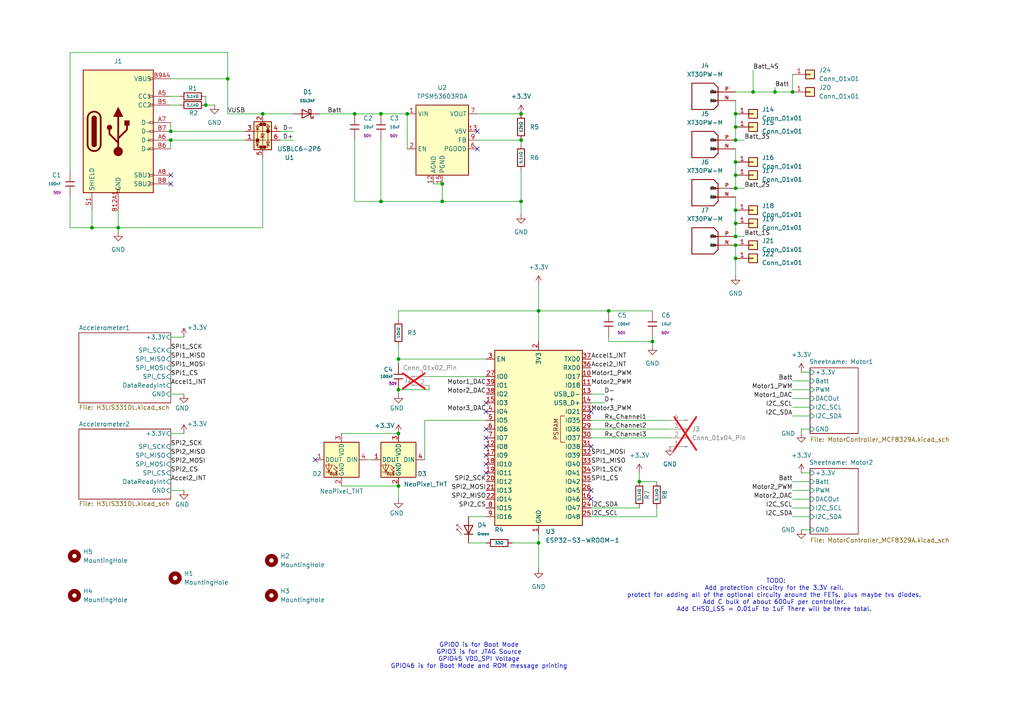
<source format=kicad_sch>
(kicad_sch (version 20250114) (generator "eeschema") (generator_version "9.0")
  (paper "A4")
  (lib_symbols
    (symbol "Connector:Conn_01x02_Pin" (pin_names (offset 1.016) (hide yes))
      (property "Reference" "J" (at 0 2.54 0))
      (property "Value" "Conn_01x02_Pin" (at 0 -5.08 0))
      (symbol "Conn_01x02_Pin_1_1"
        (pin passive line (at 5.08 0 180) (length 3.81) (name "Pin_1") (number "1"))
        (pin passive line (at 5.08 -2.54 180) (length 3.81) (name "Pin_2") (number "2"))
      )
    )
    (symbol "Connector:Conn_01x04_Pin" (pin_names (offset 1.016) (hide yes))
      (property "Reference" "J" (at 0 5.08 0))
      (property "Value" "Conn_01x04_Pin" (at 0 -7.62 0))
      (symbol "Conn_01x04_Pin_1_1"
        (pin passive line (at 5.08 2.54 180) (length 3.81) (name "Pin_1") (number "1"))
        (pin passive line (at 5.08 0 180) (length 3.81) (name "Pin_2") (number "2"))
        (pin passive line (at 5.08 -2.54 180) (length 3.81) (name "Pin_3") (number "3"))
        (pin passive line (at 5.08 -5.08 180) (length 3.81) (name "Pin_4") (number "4"))
      )
    )
    (symbol "Connector_Generic:Conn_01x01" (pin_names (offset 1.016) (hide yes))
      (property "Reference" "J" (at 0 2.54 0))
      (property "Value" "Conn_01x01" (at 0 -2.54 0))
      (symbol "Conn_01x01_1_1"
        (pin passive line (at -5.08 0 0) (length 3.81) (name "Pin_1") (number "1"))
      )
    )
    (symbol "Converter_DCDC:TPSM53603RDA"
      (property "Reference" "U" (at 0 15.24 0))
      (property "Value" "TPSM53603RDA" (at 0 12.7 0))
      (symbol "TPSM53603RDA_1_1"
        (pin power_in line (at -10.16 7.62 0) (length 2.54) (name "VIN") (number "1"))
        (pin passive line (at -10.16 7.62 0) (length 2.54) (hide yes) (name "VIN") (number "14"))
        (pin input line (at -10.16 -2.54 0) (length 2.54) (name "EN") (number "2"))
        (pin no_connect line (at -7.62 2.54 0) (length 2.54) (hide yes) (name "DNC") (number "4"))
        (pin no_connect line (at -7.62 0 0) (length 2.54) (hide yes) (name "DNC") (number "5"))
        (pin power_in line (at -2.54 -12.7 90) (length 2.54) (name "AGND") (number "12"))
        (pin passive line (at 0 -12.7 90) (length 2.54) (hide yes) (name "PGND") (number "10"))
        (pin passive line (at 0 -12.7 90) (length 2.54) (hide yes) (name "PGND") (number "11"))
        (pin power_in line (at 0 -12.7 90) (length 2.54) (name "PGND") (number "15"))
        (pin passive line (at 0 -12.7 90) (length 2.54) (hide yes) (name "PGND") (number "3"))
        (pin power_out line (at 10.16 7.62 180) (length 2.54) (name "VOUT") (number "7"))
        (pin passive line (at 10.16 7.62 180) (length 2.54) (hide yes) (name "VOUT") (number "8"))
        (pin output line (at 10.16 2.54 180) (length 2.54) (name "V5V") (number "13"))
        (pin input line (at 10.16 0 180) (length 2.54) (name "FB") (number "9"))
        (pin open_collector line (at 10.16 -2.54 180) (length 2.54) (name "PGOOD") (number "6"))
      )
    )
    (symbol "LED:NeoPixel_THT" (pin_names (offset 0.254))
      (property "Reference" "D" (at 5.08 5.715 0))
      (property "Value" "NeoPixel_THT" (at 1.27 -5.715 0))
      (symbol "NeoPixel_THT_0_0"
        (text "RGB" (at 2.286 -4.191 0) (effects (font (size 0.762 0.762))))
      )
      (symbol "NeoPixel_THT_1_1"
        (pin input line (at -7.62 0 0) (length 2.54) (name "DIN") (number "4"))
        (pin power_in line (at 0 7.62 270) (length 2.54) (name "VDD") (number "3"))
        (pin power_in line (at 0 -7.62 90) (length 2.54) (name "GND") (number "2"))
        (pin output line (at 7.62 0 180) (length 2.54) (name "DOUT") (number "1"))
      )
    )
    (symbol "Mechanical:MountingHole" (pin_names (offset 1.016)) (in_bom no)
      (property "Reference" "H" (at 0 5.08 0))
      (property "Value" "MountingHole" (at 0 3.175 0))
    )
    (symbol "PCM_JLCPCB-Capacitors:0603,100nF" (pin_numbers (hide yes)) (pin_names (offset 0))
      (property "Reference" "C" (at 2.032 1.668 0))
      (property "Value" "100nF" (at 2.032 -0.3782 0))
      (property "Voltage Rated" "50V" (at 2.032 -2.0462 0))
      (symbol "0603,100nF_1_1"
        (pin passive line (at 0 3.81 270) (length 3.175) (name "~") (number "1"))
        (pin passive line (at 0 -3.81 90) (length 3.175) (name "~") (number "2"))
      )
    )
    (symbol "PCM_JLCPCB-Capacitors:0805,10uF,(2)" (pin_numbers (hide yes)) (pin_names (offset 0))
      (property "Reference" "C" (at 2.032 1.668 0))
      (property "Value" "10uF" (at 2.032 -0.3782 0))
      (property "Voltage Rated" "50V" (at 2.032 -2.0462 0))
      (symbol "0805,10uF,(2)_1_1"
        (pin passive line (at 0 3.81 270) (length 3.175) (name "~") (number "1"))
        (pin passive line (at 0 -3.81 90) (length 3.175) (name "~") (number "2"))
      )
    )
    (symbol "PCM_JLCPCB-Diodes:LED,0805,Green" (pin_numbers (hide yes)) (pin_names (offset 0))
      (property "Reference" "D" (at 2.032 0.834 0))
      (property "Value" "Green" (at 2.032 -1.2122 0))
      (symbol "LED,0805,Green_1_1"
        (pin passive line (at 0 3.81 270) (length 3.81) (name "~") (number "2"))
        (pin passive line (at 0 -3.81 90) (length 3.81) (name "~") (number "1"))
      )
    )
    (symbol "PCM_JLCPCB-Diodes:Schottky,SSL34F" (pin_numbers (hide yes)) (pin_names (offset 0))
      (property "Reference" "D" (at 2.032 0.834 0))
      (property "Value" "SSL34F" (at 2.032 -1.2122 0))
      (symbol "Schottky,SSL34F_1_1"
        (pin passive line (at 0 3.81 270) (length 3.81) (name "~") (number "2"))
        (pin passive line (at 0 -3.81 90) (length 3.81) (name "~") (number "1"))
      )
    )
    (symbol "PCM_JLCPCB-Extended:Connector, USB-TYPE-C-16P"
      (property "Reference" "J" (at 2.54 2.54 0))
      (symbol "Connector, USB-TYPE-C-16P_1_1"
        (pin passive line (at -7.62 -22.86 90) (length 5.08) (name "SHIELD") (number "S1"))
        (pin passive line (at 0 -22.86 90) (length 5.08) (hide yes) (name "GND") (number "A12B1"))
        (pin passive line (at 0 -22.86 90) (length 5.08) (name "GND") (number "B12A1"))
        (pin passive line (at 15.24 15.24 180) (length 5.08) (hide yes) (name "VBUS") (number "A9B4"))
        (pin passive line (at 15.24 15.24 180) (length 5.08) (name "VBUS") (number "B9A4"))
        (pin bidirectional line (at 15.24 10.16 180) (length 5.08) (name "CC1") (number "A5"))
        (pin bidirectional line (at 15.24 7.62 180) (length 5.08) (name "CC2") (number "B5"))
        (pin bidirectional line (at 15.24 2.54 180) (length 5.08) (name "D-") (number "A7"))
        (pin bidirectional line (at 15.24 0 180) (length 5.08) (name "D-") (number "B7"))
        (pin bidirectional line (at 15.24 -2.54 180) (length 5.08) (name "D+") (number "A6"))
        (pin bidirectional line (at 15.24 -5.08 180) (length 5.08) (name "D+") (number "B6"))
        (pin bidirectional line (at 15.24 -12.7 180) (length 5.08) (name "SBU1") (number "A8"))
        (pin bidirectional line (at 15.24 -15.24 180) (length 5.08) (name "SBU2") (number "B8"))
      )
    )
    (symbol "PCM_JLCPCB-Resistors:0402,10kΩ" (pin_numbers (hide yes)) (pin_names (offset 0))
      (property "Reference" "R" (at 1.778 0 0))
      (property "Value" "10kΩ" (at 0 0 90))
      (symbol "0402,10kΩ_1_1"
        (pin passive line (at 0 3.81 270) (length 1.27) (name "~") (number "1"))
        (pin passive line (at 0 -3.81 90) (length 1.27) (name "~") (number "2"))
      )
    )
    (symbol "PCM_JLCPCB-Resistors:0402,12kΩ" (pin_numbers (hide yes)) (pin_names (offset 0))
      (property "Reference" "R" (at 1.778 0 0))
      (property "Value" "12kΩ" (at 0 0 90))
      (symbol "0402,12kΩ_1_1"
        (pin passive line (at 0 3.81 270) (length 1.27) (name "~") (number "1"))
        (pin passive line (at 0 -3.81 90) (length 1.27) (name "~") (number "2"))
      )
    )
    (symbol "PCM_JLCPCB-Resistors:0402,33Ω" (pin_numbers (hide yes)) (pin_names (offset 0))
      (property "Reference" "R" (at 1.778 0 0))
      (property "Value" "33Ω" (at 0 0 90))
      (symbol "0402,33Ω_1_1"
        (pin passive line (at 0 3.81 270) (length 1.27) (name "~") (number "1"))
        (pin passive line (at 0 -3.81 90) (length 1.27) (name "~") (number "2"))
      )
    )
    (symbol "PCM_JLCPCB-Resistors:0402,5.1kΩ" (pin_numbers (hide yes)) (pin_names (offset 0))
      (property "Reference" "R" (at 1.778 0 0))
      (property "Value" "5.1kΩ" (at 0 0 90))
      (symbol "0402,5.1kΩ_1_1"
        (pin passive line (at 0 3.81 270) (length 1.27) (name "~") (number "1"))
        (pin passive line (at 0 -3.81 90) (length 1.27) (name "~") (number "2"))
      )
    )
    (symbol "Power_Protection:USBLC6-2P6" (pin_names (hide yes))
      (property "Reference" "U" (at 0.635 5.715 0))
      (property "Value" "USBLC6-2P6" (at 0.635 3.81 0))
      (symbol "USBLC6-2P6_1_1"
        (pin passive line (at -5.08 0 0) (length 2.54) (name "I/O1") (number "1"))
        (pin passive line (at -5.08 -2.54 0) (length 2.54) (name "I/O2") (number "3"))
        (pin passive line (at 0 5.08 270) (length 2.54) (name "VBUS") (number "5"))
        (pin passive line (at 0 -7.62 90) (length 2.54) (name "GND") (number "2"))
        (pin passive line (at 5.08 0 180) (length 2.54) (name "I/O1") (number "6"))
        (pin passive line (at 5.08 -2.54 180) (length 2.54) (name "I/O2") (number "4"))
      )
    )
    (symbol "RF_Module:ESP32-S3-WROOM-1"
      (property "Reference" "U" (at -12.7 26.67 0))
      (property "Value" "ESP32-S3-WROOM-1" (at 12.7 26.67 0))
      (symbol "ESP32-S3-WROOM-1_0_0"
        (text "PSRAM" (at 5.08 2.54 900) (effects (font (size 1.27 1.27))))
      )
      (symbol "ESP32-S3-WROOM-1_1_1"
        (pin input line (at -15.24 22.86 0) (length 2.54) (name "EN") (number "3"))
        (pin bidirectional line (at -15.24 17.78 0) (length 2.54) (name "IO0") (number "27"))
        (pin bidirectional line (at -15.24 15.24 0) (length 2.54) (name "IO1") (number "39"))
        (pin bidirectional line (at -15.24 12.7 0) (length 2.54) (name "IO2") (number "38"))
        (pin bidirectional line (at -15.24 10.16 0) (length 2.54) (name "IO3") (number "15"))
        (pin bidirectional line (at -15.24 7.62 0) (length 2.54) (name "IO4") (number "4"))
        (pin bidirectional line (at -15.24 5.08 0) (length 2.54) (name "IO5") (number "5"))
        (pin bidirectional line (at -15.24 2.54 0) (length 2.54) (name "IO6") (number "6"))
        (pin bidirectional line (at -15.24 0 0) (length 2.54) (name "IO7") (number "7"))
        (pin bidirectional line (at -15.24 -2.54 0) (length 2.54) (name "IO8") (number "12"))
        (pin bidirectional line (at -15.24 -5.08 0) (length 2.54) (name "IO9") (number "17"))
        (pin bidirectional line (at -15.24 -7.62 0) (length 2.54) (name "IO10") (number "18"))
        (pin bidirectional line (at -15.24 -10.16 0) (length 2.54) (name "IO11") (number "19"))
        (pin bidirectional line (at -15.24 -12.7 0) (length 2.54) (name "IO12") (number "20"))
        (pin bidirectional line (at -15.24 -15.24 0) (length 2.54) (name "IO13") (number "21"))
        (pin bidirectional line (at -15.24 -17.78 0) (length 2.54) (name "IO14") (number "22"))
        (pin bidirectional line (at -15.24 -20.32 0) (length 2.54) (name "IO15") (number "8"))
        (pin bidirectional line (at -15.24 -22.86 0) (length 2.54) (name "IO16") (number "9"))
        (pin power_in line (at 0 27.94 270) (length 2.54) (name "3V3") (number "2"))
        (pin power_in line (at 0 -27.94 90) (length 2.54) (name "GND") (number "1"))
        (pin passive line (at 0 -27.94 90) (length 2.54) (hide yes) (name "GND") (number "40"))
        (pin passive line (at 0 -27.94 90) (length 2.54) (hide yes) (name "GND") (number "41"))
        (pin bidirectional line (at 15.24 22.86 180) (length 2.54) (name "TXD0") (number "37"))
        (pin bidirectional line (at 15.24 20.32 180) (length 2.54) (name "RXD0") (number "36"))
        (pin bidirectional line (at 15.24 17.78 180) (length 2.54) (name "IO17") (number "10"))
        (pin bidirectional line (at 15.24 15.24 180) (length 2.54) (name "IO18") (number "11"))
        (pin bidirectional line (at 15.24 12.7 180) (length 2.54) (name "USB_D-") (number "13"))
        (pin bidirectional line (at 15.24 10.16 180) (length 2.54) (name "USB_D+") (number "14"))
        (pin bidirectional line (at 15.24 7.62 180) (length 2.54) (name "IO21") (number "23"))
        (pin bidirectional line (at 15.24 5.08 180) (length 2.54) (name "IO35") (number "28"))
        (pin bidirectional line (at 15.24 2.54 180) (length 2.54) (name "IO36") (number "29"))
        (pin bidirectional line (at 15.24 0 180) (length 2.54) (name "IO37") (number "30"))
        (pin bidirectional line (at 15.24 -2.54 180) (length 2.54) (name "IO38") (number "31"))
        (pin bidirectional line (at 15.24 -5.08 180) (length 2.54) (name "IO39") (number "32"))
        (pin bidirectional line (at 15.24 -7.62 180) (length 2.54) (name "IO40") (number "33"))
        (pin bidirectional line (at 15.24 -10.16 180) (length 2.54) (name "IO41") (number "34"))
        (pin bidirectional line (at 15.24 -12.7 180) (length 2.54) (name "IO42") (number "35"))
        (pin bidirectional line (at 15.24 -15.24 180) (length 2.54) (name "IO45") (number "26"))
        (pin bidirectional line (at 15.24 -17.78 180) (length 2.54) (name "IO46") (number "16"))
        (pin bidirectional line (at 15.24 -20.32 180) (length 2.54) (name "IO47") (number "24"))
        (pin bidirectional line (at 15.24 -22.86 180) (length 2.54) (name "IO48") (number "25"))
      )
    )
    (symbol "XT30PW-M:XT30PW-M" (pin_names (offset 1.016))
      (property "Reference" "J" (at -7.62 3.302 0))
      (property "Value" "XT30PW-M" (at -7.62 -7.62 0))
      (symbol "XT30PW-M_1_0"
        (pin power_out line (at 5.08 0 180) (length 5.08) (name "P") (number "P"))
        (pin power_out line (at 5.08 -2.54 180) (length 5.08) (name "N") (number "N"))
      )
    )
    (symbol "power:+3.3V" (power) (pin_numbers (hide yes)) (pin_names (offset 0) (hide yes))
      (property "Value" "+3.3V" (at 0 3.556 0))
      (symbol "+3.3V_1_1"
        (pin power_in line (at 0 0 90) (length 0) (name "~") (number "1"))
      )
    )
    (symbol "power:GND" (power) (pin_numbers (hide yes)) (pin_names (offset 0) (hide yes))
      (property "Value" "GND" (at 0 -3.81 0))
      (symbol "GND_1_1"
        (pin power_in line (at 0 0 270) (length 0) (name "~") (number "1"))
      )
    )
  )
  (text "TODO:\nAdd protection circuitry for the 3.3V rail. \nprotect for adding all of the optional circuity around the FETs. plus maybe tvs diodes. \nAdd C bulk of about 600uF per controller. \nAdd CHSD_LSS = 0.01uF to 1uF There will be three total. " (exclude_from_sim yes) (at 225.044 172.72 0) (effects (font (size 1.27 1.27))))
  (text "GPIO0 is for Boot Mode\nGPIO3 is for JTAG Source\nGPIO45 VDD_SPI Voltage\nGPIO46 is for Boot Mode and ROM message printing" (at 138.938 190.246 0) (effects (font (size 1.27 1.27))))
  (junction (at 213.36 74.93))
  (junction (at 213.36 40.64))
  (junction (at 224.79 26.67))
  (junction (at 213.36 71.12))
  (junction (at 76.2 33.02))
  (junction (at 185.42 139.7))
  (junction (at 176.53 90.17))
  (junction (at 229.87 26.67))
  (junction (at 213.36 46.99))
  (junction (at 115.57 125.73))
  (junction (at 128.27 53.34))
  (junction (at 213.36 68.58))
  (junction (at 59.69 30.48))
  (junction (at 49.53 38.1))
  (junction (at 34.29 66.04))
  (junction (at 213.36 60.96))
  (junction (at 151.13 58.42))
  (junction (at 213.36 33.02))
  (junction (at 110.49 58.42))
  (junction (at 26.67 66.04))
  (junction (at 213.36 54.61))
  (junction (at 156.21 90.17))
  (junction (at 66.04 22.86))
  (junction (at 115.57 140.97))
  (junction (at 118.11 33.02))
  (junction (at 115.57 113.03))
  (junction (at 115.57 104.14))
  (junction (at 128.27 58.42))
  (junction (at 156.21 157.48))
  (junction (at 49.53 40.64))
  (junction (at 213.36 64.77))
  (junction (at 213.36 50.8))
  (junction (at 110.49 33.02))
  (junction (at 151.13 40.64))
  (junction (at 102.87 33.02))
  (junction (at 213.36 36.83))
  (junction (at 218.44 26.67))
  (junction (at 151.13 33.02))
  (junction (at 189.23 99.06))
  (no_connect (at 140.97 129.54))
  (no_connect (at 140.97 134.62))
  (no_connect (at 49.53 53.34))
  (no_connect (at 140.97 119.38))
  (no_connect (at 140.97 132.08))
  (no_connect (at 91.44 133.35))
  (no_connect (at 140.97 127))
  (no_connect (at 138.43 43.18))
  (no_connect (at 171.45 129.54))
  (no_connect (at 140.97 137.16))
  (no_connect (at 140.97 116.84))
  (no_connect (at 49.53 50.8))
  (no_connect (at 171.45 142.24))
  (no_connect (at 138.43 38.1))
  (no_connect (at 171.45 144.78))
  (no_connect (at 140.97 124.46))
  (no_connect (at 171.45 119.38))
  (wire (pts (xy 138.43 40.64) (xy 151.13 40.64)))
  (wire (pts (xy 49.53 125.73) (xy 53.34 125.73)))
  (wire (pts (xy 123.19 121.92) (xy 140.97 121.92)))
  (wire (pts (xy 26.67 66.04) (xy 20.32 66.04)))
  (wire (pts (xy 34.29 60.96) (xy 34.29 66.04)))
  (wire (pts (xy 224.79 26.67) (xy 229.87 26.67)))
  (wire (pts (xy 218.44 20.32) (xy 218.44 26.67)))
  (wire (pts (xy 71.12 38.1) (xy 49.53 38.1)))
  (wire (pts (xy 52.07 27.94) (xy 49.53 27.94)))
  (wire (pts (xy 229.87 144.78) (xy 234.95 144.78)))
  (wire (pts (xy 52.07 30.48) (xy 49.53 30.48)))
  (wire (pts (xy 218.44 26.67) (xy 224.79 26.67)))
  (wire (pts (xy 171.45 127) (xy 194.31 127)))
  (wire (pts (xy 128.27 53.34) (xy 128.27 58.42)))
  (wire (pts (xy 148.59 157.48) (xy 156.21 157.48)))
  (wire (pts (xy 76.2 33.02) (xy 66.04 33.02)))
  (wire (pts (xy 20.32 49.53) (xy 20.32 15.24)))
  (wire (pts (xy 213.36 43.18) (xy 213.36 46.99)))
  (wire (pts (xy 156.21 90.17) (xy 156.21 99.06)))
  (wire (pts (xy 229.87 115.57) (xy 234.95 115.57)))
  (wire (pts (xy 156.21 82.55) (xy 156.21 90.17)))
  (wire (pts (xy 229.87 113.03) (xy 234.95 113.03)))
  (wire (pts (xy 176.53 90.17) (xy 189.23 90.17)))
  (wire (pts (xy 115.57 100.33) (xy 115.57 104.14)))
  (wire (pts (xy 213.36 46.99) (xy 213.36 50.8)))
  (wire (pts (xy 115.57 104.14) (xy 115.57 105.41)))
  (wire (pts (xy 124.46 113.03) (xy 115.57 113.03)))
  (wire (pts (xy 156.21 157.48) (xy 156.21 165.1)))
  (wire (pts (xy 99.06 140.97) (xy 115.57 140.97)))
  (wire (pts (xy 102.87 40.64) (xy 102.87 58.42)))
  (wire (pts (xy 213.36 57.15) (xy 213.36 60.96)))
  (wire (pts (xy 151.13 58.42) (xy 151.13 62.23)))
  (wire (pts (xy 232.41 125.73) (xy 232.41 124.46)))
  (wire (pts (xy 135.89 157.48) (xy 140.97 157.48)))
  (wire (pts (xy 213.36 36.83) (xy 213.36 40.64)))
  (wire (pts (xy 171.45 124.46) (xy 194.31 124.46)))
  (wire (pts (xy 62.23 30.48) (xy 59.69 30.48)))
  (wire (pts (xy 34.29 66.04) (xy 26.67 66.04)))
  (wire (pts (xy 229.87 21.59) (xy 229.87 26.67)))
  (wire (pts (xy 49.53 97.79) (xy 53.34 97.79)))
  (wire (pts (xy 110.49 58.42) (xy 128.27 58.42)))
  (wire (pts (xy 115.57 90.17) (xy 156.21 90.17)))
  (wire (pts (xy 123.19 133.35) (xy 123.19 121.92)))
  (wire (pts (xy 171.45 149.86) (xy 190.5 149.86)))
  (wire (pts (xy 59.69 27.94) (xy 59.69 30.48)))
  (wire (pts (xy 185.42 137.16) (xy 185.42 139.7)))
  (wire (pts (xy 171.45 147.32) (xy 185.42 147.32)))
  (wire (pts (xy 102.87 58.42) (xy 110.49 58.42)))
  (wire (pts (xy 176.53 97.79) (xy 176.53 99.06)))
  (wire (pts (xy 213.36 71.12) (xy 213.36 74.93)))
  (wire (pts (xy 76.2 66.04) (xy 34.29 66.04)))
  (wire (pts (xy 151.13 49.53) (xy 151.13 58.42)))
  (wire (pts (xy 229.87 120.65) (xy 234.95 120.65)))
  (wire (pts (xy 115.57 140.97) (xy 115.57 144.78)))
  (wire (pts (xy 213.36 64.77) (xy 213.36 68.58)))
  (wire (pts (xy 92.71 33.02) (xy 102.87 33.02)))
  (wire (pts (xy 151.13 40.64) (xy 151.13 41.91)))
  (wire (pts (xy 110.49 40.64) (xy 110.49 58.42)))
  (wire (pts (xy 156.21 154.94) (xy 156.21 157.48)))
  (wire (pts (xy 213.36 26.67) (xy 218.44 26.67)))
  (wire (pts (xy 213.36 33.02) (xy 213.36 36.83)))
  (wire (pts (xy 135.89 149.86) (xy 140.97 149.86)))
  (wire (pts (xy 20.32 57.15) (xy 20.32 66.04)))
  (wire (pts (xy 49.53 35.56) (xy 49.53 38.1)))
  (wire (pts (xy 213.36 40.64) (xy 215.9 40.64)))
  (wire (pts (xy 213.36 68.58) (xy 215.9 68.58)))
  (wire (pts (xy 229.87 149.86) (xy 234.95 149.86)))
  (wire (pts (xy 213.36 29.21) (xy 213.36 33.02)))
  (wire (pts (xy 85.09 33.02) (xy 76.2 33.02)))
  (wire (pts (xy 66.04 22.86) (xy 66.04 33.02)))
  (wire (pts (xy 232.41 107.95) (xy 234.95 107.95)))
  (wire (pts (xy 26.67 60.96) (xy 26.67 66.04)))
  (wire (pts (xy 49.53 114.3) (xy 53.34 114.3)))
  (wire (pts (xy 156.21 90.17) (xy 176.53 90.17)))
  (wire (pts (xy 189.23 97.79) (xy 189.23 99.06)))
  (wire (pts (xy 213.36 74.93) (xy 213.36 80.01)))
  (wire (pts (xy 229.87 110.49) (xy 234.95 110.49)))
  (wire (pts (xy 189.23 99.06) (xy 176.53 99.06)))
  (wire (pts (xy 229.87 147.32) (xy 234.95 147.32)))
  (wire (pts (xy 110.49 33.02) (xy 118.11 33.02)))
  (wire (pts (xy 115.57 92.71) (xy 115.57 90.17)))
  (wire (pts (xy 128.27 58.42) (xy 151.13 58.42)))
  (wire (pts (xy 115.57 114.3) (xy 115.57 113.03)))
  (wire (pts (xy 213.36 54.61) (xy 215.9 54.61)))
  (wire (pts (xy 171.45 116.84) (xy 175.26 116.84)))
  (wire (pts (xy 125.73 53.34) (xy 128.27 53.34)))
  (wire (pts (xy 76.2 45.72) (xy 76.2 66.04)))
  (wire (pts (xy 71.12 40.64) (xy 49.53 40.64)))
  (wire (pts (xy 138.43 33.02) (xy 151.13 33.02)))
  (wire (pts (xy 229.87 139.7) (xy 234.95 139.7)))
  (wire (pts (xy 232.41 137.16) (xy 234.95 137.16)))
  (wire (pts (xy 229.87 118.11) (xy 234.95 118.11)))
  (wire (pts (xy 232.41 124.46) (xy 234.95 124.46)))
  (wire (pts (xy 99.06 125.73) (xy 115.57 125.73)))
  (wire (pts (xy 190.5 149.86) (xy 190.5 147.32)))
  (wire (pts (xy 171.45 114.3) (xy 175.26 114.3)))
  (wire (pts (xy 213.36 60.96) (xy 213.36 64.77)))
  (wire (pts (xy 85.09 40.64) (xy 81.28 40.64)))
  (wire (pts (xy 124.46 113.03) (xy 124.46 111.76)))
  (wire (pts (xy 66.04 22.86) (xy 49.53 22.86)))
  (wire (pts (xy 85.09 38.1) (xy 81.28 38.1)))
  (wire (pts (xy 106.68 133.35) (xy 107.95 133.35)))
  (wire (pts (xy 224.79 25.4) (xy 224.79 26.67)))
  (wire (pts (xy 213.36 50.8) (xy 213.36 54.61)))
  (wire (pts (xy 185.42 139.7) (xy 190.5 139.7)))
  (wire (pts (xy 20.32 15.24) (xy 66.04 15.24)))
  (wire (pts (xy 49.53 40.64) (xy 49.53 43.18)))
  (wire (pts (xy 189.23 99.06) (xy 189.23 100.33)))
  (wire (pts (xy 102.87 33.02) (xy 110.49 33.02)))
  (wire (pts (xy 229.87 142.24) (xy 234.95 142.24)))
  (wire (pts (xy 124.46 109.22) (xy 140.97 109.22)))
  (wire (pts (xy 34.29 66.04) (xy 34.29 67.31)))
  (wire (pts (xy 118.11 33.02) (xy 118.11 43.18)))
  (wire (pts (xy 66.04 15.24) (xy 66.04 22.86)))
  (wire (pts (xy 232.41 153.67) (xy 234.95 153.67)))
  (wire (pts (xy 171.45 121.92) (xy 194.31 121.92)))
  (wire (pts (xy 49.53 142.24) (xy 53.34 142.24)))
  (wire (pts (xy 115.57 104.14) (xy 140.97 104.14)))
  (label "SPI2_MISO" (at 49.53 132.08 0))
  (label "I2C_SCL" (at 229.87 147.32 180))
  (label "Motor2_DAC" (at 140.97 114.3 180))
  (label "Batt" (at 99.06 33.02 180))
  (label "Motor1_DAC" (at 229.87 115.57 180))
  (label "SPI2_MOSI" (at 49.53 134.62 0))
  (label "Motor1_PWM" (at 171.45 109.22 0))
  (label "Batt_3S" (at 215.9 40.64 0))
  (label "Accel2_INT" (at 49.53 139.7 0))
  (label "Motor1_DAC" (at 140.97 111.76 180))
  (label "Motor2_PWM" (at 171.45 111.76 0))
  (label "D-" (at 85.09 38.1 180))
  (label "Rx_Channel1" (at 175.26 121.92 0))
  (label "SPI2_SCK" (at 49.53 129.54 0))
  (label "SPI1_MISO" (at 49.53 104.14 0))
  (label "D+" (at 175.26 116.84 0))
  (label "VUSB" (at 71.12 33.02 180))
  (label "Motor1_PWM" (at 229.87 113.03 180))
  (label "SPI2_SCK" (at 140.97 139.7 180))
  (label "Accel1_INT" (at 49.53 111.76 0))
  (label "SPI1_CS" (at 171.45 139.7 0))
  (label "Batt" (at 229.87 139.7 180))
  (label "SPI2_MISO" (at 140.97 144.78 180))
  (label "SPI1_CS" (at 49.53 109.22 0))
  (label "I2C_SCL" (at 229.87 118.11 180))
  (label "Batt_2S" (at 215.9 54.61 0))
  (label "SPI2_MOSI" (at 140.97 142.24 180))
  (label "D+" (at 85.09 40.64 180))
  (label "I2C_SDA" (at 229.87 120.65 180))
  (label "Motor3_PWM" (at 171.45 119.38 0))
  (label "Rx_Channel3" (at 175.26 127 0))
  (label "SPI1_MISO" (at 171.45 134.62 0))
  (label "Motor2_DAC" (at 229.87 144.78 180))
  (label "Batt_4S" (at 218.44 20.32 0))
  (label "SPI1_MOSI" (at 171.45 132.08 0))
  (label "Batt" (at 229.87 110.49 180))
  (label "Batt_1S" (at 215.9 68.58 0))
  (label "I2C_SDA" (at 229.87 149.86 180))
  (label "Accel1_INT" (at 171.45 104.14 0))
  (label "SPI1_SCK" (at 49.53 101.6 0))
  (label "Accel2_INT" (at 171.45 106.68 0))
  (label "I2C_SCL" (at 171.45 149.86 0))
  (label "SPI2_CS" (at 49.53 137.16 0))
  (label "Motor2_PWM" (at 229.87 142.24 180))
  (label "Batt" (at 224.79 25.4 0))
  (label "D-" (at 175.26 114.3 0))
  (label "Motor3_DAC" (at 140.97 119.38 180))
  (label "SPI1_SCK" (at 171.45 137.16 0))
  (label "Rx_Channel2" (at 175.26 124.46 0))
  (label "SPI2_CS" (at 140.97 147.32 180))
  (label "SPI1_MOSI" (at 49.53 106.68 0))
  (label "I2C_SDA" (at 171.45 147.32 0))
  (symbol (lib_id "power:GND") (at 151.13 62.23 0) (unit 1)
    (property "Reference" "#PWR011" (effects (hide yes)))
    (property "Value" "GND" (at 151.13 67.31 0))
    (property "Description" "Power symbol creates a global label with name \"GND\" , ground" (effects (hide yes)))
  )
  (symbol (lib_id "power:GND") (at 213.36 80.01 0) (unit 1)
    (property "Reference" "#PWR017" (effects (hide yes)))
    (property "Value" "GND" (at 213.36 85.09 0))
    (property "Description" "Power symbol creates a global label with name \"GND\" , ground" (effects (hide yes)))
  )
  (symbol (lib_id "power:+3.3V") (at 53.34 125.73 0) (unit 1)
    (property "Reference" "#PWR04" (effects (hide yes)))
    (property "Value" "+3.3V" (at 57.15 122.936 0))
    (property "Description" "Power symbol creates a global label with name \"+3.3V\"" (effects (hide yes)))
  )
  (symbol (lib_id "Connector_Generic:Conn_01x01") (at 218.44 33.02 0) (unit 1)
    (property "Reference" "J14" (at 220.98 31.7499 0) (effects (justify left)))
    (property "Value" "Conn_01x01" (at 220.98 34.2899 0) (effects (justify left)))
    (property "Footprint" "SolderWire-1.5sqmm_1x01_D1.7mm_OD3mm" (effects (hide yes)))
    (property "Description" "Generic connector, single row, 01x01, script generated (kicad-library-utils/schlib/autogen/connector/)" (effects (hide yes)))
  )
  (symbol (lib_id "Connector_Generic:Conn_01x01") (at 218.44 74.93 0) (unit 1)
    (property "Reference" "J22" (at 220.98 73.6599 0) (effects (justify left)))
    (property "Value" "Conn_01x01" (at 220.98 76.1999 0) (effects (justify left)))
    (property "Footprint" "SolderWire-1.5sqmm_1x01_D1.7mm_OD3mm" (effects (hide yes)))
    (property "Description" "Generic connector, single row, 01x01, script generated (kicad-library-utils/schlib/autogen/connector/)" (effects (hide yes)))
  )
  (symbol (lib_id "power:GND") (at 115.57 114.3 0) (unit 1)
    (property "Reference" "#PWR07" (effects (hide yes)))
    (property "Value" "GND" (at 115.062 118.364 0))
    (property "Description" "Power symbol creates a global label with name \"GND\" , ground" (effects (hide yes)))
  )
  (symbol (lib_id "PCM_JLCPCB-Capacitors:0603,100nF") (at 176.53 93.98 0) (unit 1)
    (property "Reference" "C5" (at 179.07 91.4399 0) (effects (justify left)))
    (property "Value" "100nF" (at 179.07 93.98 0) (effects (font (size 0.8 0.8)) (justify left)))
    (property "Footprint" "PCM_JLCPCB:C_0603" (effects (hide yes)))
    (property "Datasheet" "https://www.lcsc.com/datasheet/lcsc_datasheet_2211101700_YAGEO-CC0603KRX7R9BB104_C14663.pdf" (effects (hide yes)))
    (property "Description" "50V 100nF X7R ±10% 0603 Multilayer Ceramic Capacitors MLCC - SMD/SMT ROHS" (effects (hide yes)))
    (property "LCSC" "C14663" (effects (hide yes)))
    (property "Stock" "58347526" (effects (hide yes)))
    (property "Price" "0.006USD" (effects (hide yes)))
    (property "Process" "SMT" (effects (hide yes)))
    (property "Minimum Qty" "20" (effects (hide yes)))
    (property "Attrition Qty" "10" (effects (hide yes)))
    (property "Class" "Basic Component" (effects (hide yes)))
    (property "Category" "Capacitors,Multilayer Ceramic Capacitors MLCC - SMD/SMT" (effects (hide yes)))
    (property "Manufacturer" "YAGEO" (effects (hide yes)))
    (property "Part" "CC0603KRX7R9BB104" (effects (hide yes)))
    (property "Voltage Rated" "50V" (at 179.07 96.52 0) (effects (font (size 0.8 0.8)) (justify left)))
    (property "Tolerance" "±10%" (effects (hide yes)))
    (property "Capacitance" "100nF" (effects (hide yes)))
    (property "Temperature Coefficient" "X7R" (effects (hide yes)))
  )
  (symbol (lib_id "power:+3.3V") (at 151.13 33.02 0) (unit 1)
    (property "Reference" "#PWR010" (effects (hide yes)))
    (property "Value" "+3.3V" (at 151.13 27.94 0))
    (property "Description" "Power symbol creates a global label with name \"+3.3V\"" (effects (hide yes)))
  )
  (symbol (lib_id "Mechanical:MountingHole") (at 50.8 167.64 0) (unit 1) (in_bom no)
    (property "Reference" "H1" (at 53.34 166.3699 0) (effects (justify left)))
    (property "Value" "MountingHole" (at 53.34 168.9099 0) (effects (justify left)))
    (property "Footprint" "MountingHole:MountingHole_4.3mm_M4_DIN965" (effects (hide yes)))
    (property "Description" "Mounting Hole without connection" (effects (hide yes)))
  )
  (symbol (lib_id "PCM_JLCPCB-Diodes:Schottky,SSL34F") (at 88.9 33.02 90) (mirror x) (unit 1)
    (property "Reference" "D1" (at 89.2175 26.67 90))
    (property "Value" "SSL34F" (at 89.2175 29.21 90) (effects (font (size 0.8 0.8))))
    (property "Footprint" "PCM_JLCPCB:D_SMAF" (effects (hide yes)))
    (property "Datasheet" "https://www.lcsc.com/datasheet/lcsc_datasheet_2407151532_hongjiacheng-SSL34F_C28646282.pdf" (effects (hide yes)))
    (property "Description" "40V Independent Type 450mV@3A 3A SMAF Schottky Diodes ROHS" (effects (hide yes)))
    (property "LCSC" "C28646282" (effects (hide yes)))
    (property "Stock" "1218" (effects (hide yes)))
    (property "Price" "0.038USD" (effects (hide yes)))
    (property "Process" "SMT" (effects (hide yes)))
    (property "Minimum Qty" "5" (effects (hide yes)))
    (property "Attrition Qty" "2" (effects (hide yes)))
    (property "Class" "Preferred Component" (effects (hide yes)))
    (property "Category" "Diodes,Schottky Diodes" (effects (hide yes)))
    (property "Manufacturer" "hongjiacheng" (effects (hide yes)))
    (property "Part" "SSL34F" (effects (hide yes)))
  )
  (symbol (lib_id "power:GND") (at 189.23 100.33 0) (unit 1)
    (property "Reference" "#PWR015" (effects (hide yes)))
    (property "Value" "GND" (at 189.23 105.41 0))
    (property "Description" "Power symbol creates a global label with name \"GND\" , ground" (effects (hide yes)))
  )
  (symbol (lib_id "Connector_Generic:Conn_01x01") (at 218.44 71.12 0) (unit 1)
    (property "Reference" "J21" (at 220.98 69.8499 0) (effects (justify left)))
    (property "Value" "Conn_01x01" (at 220.98 72.3899 0) (effects (justify left)))
    (property "Footprint" "SolderWire-1.5sqmm_1x01_D1.7mm_OD3mm" (effects (hide yes)))
    (property "Description" "Generic connector, single row, 01x01, script generated (kicad-library-utils/schlib/autogen/connector/)" (effects (hide yes)))
  )
  (symbol (lib_id "power:+3.3V") (at 53.34 97.79 0) (unit 1)
    (property "Reference" "#PWR02" (effects (hide yes)))
    (property "Value" "+3.3V" (at 57.15 94.996 0))
    (property "Description" "Power symbol creates a global label with name \"+3.3V\"" (effects (hide yes)))
  )
  (symbol (lib_id "power:+3.3V") (at 232.41 107.95 0) (unit 1)
    (property "Reference" "#PWR018" (effects (hide yes)))
    (property "Value" "+3.3V" (at 232.41 102.87 0))
    (property "Description" "Power symbol creates a global label with name \"+3.3V\"" (effects (hide yes)))
  )
  (symbol (lib_id "Connector_Generic:Conn_01x01") (at 218.44 64.77 0) (unit 1)
    (property "Reference" "J19" (at 220.98 63.4999 0) (effects (justify left)))
    (property "Value" "Conn_01x01" (at 220.98 66.0399 0) (effects (justify left)))
    (property "Footprint" "SolderWire-1.5sqmm_1x01_D1.7mm_OD3mm" (effects (hide yes)))
    (property "Description" "Generic connector, single row, 01x01, script generated (kicad-library-utils/schlib/autogen/connector/)" (effects (hide yes)))
  )
  (symbol (lib_id "PCM_JLCPCB-Resistors:0402,10kΩ") (at 115.57 96.52 0) (unit 1)
    (property "Reference" "R3" (at 118.11 96.5199 0) (effects (justify left)))
    (property "Value" "10kΩ" (at 115.57 96.52 90) (effects (font (size 0.8 0.8))))
    (property "Footprint" "PCM_JLCPCB:R_0402" (effects (hide yes)))
    (property "Datasheet" "https://www.lcsc.com/datasheet/lcsc_datasheet_2411221126_UNI-ROYAL-Uniroyal-Elec-0402WGF1002TCE_C25744.pdf" (effects (hide yes)))
    (property "Description" "62.5mW Thick Film Resistors 50V ±100ppm/°C ±1% 10kΩ 0402 Chip Resistor - Surface Mount ROHS" (effects (hide yes)))
    (property "LCSC" "C25744" (effects (hide yes)))
    (property "Stock" "16030120" (effects (hide yes)))
    (property "Price" "0.004USD" (effects (hide yes)))
    (property "Process" "SMT" (effects (hide yes)))
    (property "Minimum Qty" "20" (effects (hide yes)))
    (property "Attrition Qty" "10" (effects (hide yes)))
    (property "Class" "Basic Component" (effects (hide yes)))
    (property "Category" "Resistors,Chip Resistor - Surface Mount" (effects (hide yes)))
    (property "Manufacturer" "UNI-ROYAL(Uniroyal Elec)" (effects (hide yes)))
    (property "Part" "0402WGF1002TCE" (effects (hide yes)))
    (property "Resistance" "10kΩ" (effects (hide yes)))
    (property "Power(Watts)" "62.5mW" (effects (hide yes)))
    (property "Type" "Thick Film Resistors" (effects (hide yes)))
    (property "Overload Voltage (Max)" "50V" (effects (hide yes)))
    (property "Operating Temperature Range" "-55°C~+155°C" (effects (hide yes)))
    (property "Tolerance" "±1%" (effects (hide yes)))
    (property "Temperature Coefficient" "±100ppm/°C" (effects (hide yes)))
  )
  (symbol (lib_id "power:+3.3V") (at 156.21 82.55 0) (unit 1)
    (property "Reference" "#PWR012" (effects (hide yes)))
    (property "Value" "+3.3V" (at 156.21 77.47 0))
    (property "Description" "Power symbol creates a global label with name \"+3.3V\"" (effects (hide yes)))
  )
  (symbol (lib_id "power:GND") (at 232.41 153.67 0) (unit 1)
    (property "Reference" "#PWR021" (effects (hide yes)))
    (property "Value" "GND" (at 228.6 153.67 0))
    (property "Description" "Power symbol creates a global label with name \"GND\" , ground" (effects (hide yes)))
  )
  (symbol (lib_id "power:GND") (at 34.29 67.31 0) (mirror y) (unit 1)
    (property "Reference" "#PWR01" (effects (hide yes)))
    (property "Value" "GND" (at 34.29 72.39 0))
    (property "Description" "Power symbol creates a global label with name \"GND\" , ground" (effects (hide yes)))
  )
  (symbol (lib_id "PCM_JLCPCB-Diodes:LED,0805,Green") (at 135.89 153.67 0) (unit 1)
    (property "Reference" "D4" (at 138.43 152.3046 0) (effects (justify left)))
    (property "Value" "Green" (at 138.43 154.8447 0) (effects (font (size 0.8 0.8)) (justify left)))
    (property "Footprint" "PCM_JLCPCB:D_0805" (effects (hide yes)))
    (property "Datasheet" "https://www.lcsc.com/datasheet/lcsc_datasheet_1806151820_Hubei-KENTO-Elec-KT-0805G_C2297.pdf" (effects (hide yes)))
    (property "Description" "Emerald 0805 LED Indication - Discrete ROHS" (effects (hide yes)))
    (property "LCSC" "C2297" (effects (hide yes)))
    (property "Stock" "2184914" (effects (hide yes)))
    (property "Price" "0.014USD" (effects (hide yes)))
    (property "Process" "SMT" (effects (hide yes)))
    (property "Minimum Qty" "20" (effects (hide yes)))
    (property "Attrition Qty" "10" (effects (hide yes)))
    (property "Class" "Basic Component" (effects (hide yes)))
    (property "Category" "Optoelectronics,Light Emitting Diodes (LED)" (effects (hide yes)))
    (property "Manufacturer" "Hubei KENTO Elec" (effects (hide yes)))
    (property "Part" "KT-0805G" (effects (hide yes)))
    (property "Emitted Color" "Emerald" (effects (hide yes)))
  )
  (symbol (lib_id "PCM_JLCPCB-Extended:Connector, USB-TYPE-C-16P") (at 34.29 38.1 0) (unit 1)
    (property "Reference" "J1" (at 34.29 17.78 0))
    (property "Value" "Connector, USB-TYPE-C-16P" (effects (hide yes)))
    (property "Footprint" "PCM_JLCPCB:TYPE-C-SMD_HX-TYPE-C-16PIN" (effects (hide yes)))
    (property "Datasheet" "https://atta.szlcsc.com/upload/public/pdf/source/20220920/0EF8F885FCCEA71F60E9E85152155021.pdf" (effects (hide yes)))
    (property "Description" "3A 1 Horizontal attachment 16P Female -25℃~+85℃ Type-C SMD USB Connectors ROHS" (effects (hide yes)))
    (property "LCSC" "C2927039" (effects (hide yes)))
  )
  (symbol (lib_id "Converter_DCDC:TPSM53603RDA") (at 128.27 40.64 0) (unit 1)
    (property "Reference" "U2" (at 128.27 25.4 0))
    (property "Value" "TPSM53603RDA" (at 128.27 27.94 0))
    (property "Footprint" "Package_DFN_QFN:Texas_B3QFN-14-1EP_5x5.5mm_P0.65mm_ThermalVia" (effects (hide yes)))
    (property "Datasheet" "https://www.ti.com/lit/ds/symlink/tpsm53603.pdf" (effects (hide yes)))
    (property "Description" "36-V, 3A input, stepdown, DC/DC converter, Texas B3QFN-14" (effects (hide yes)))
    (property "LCSC" "C2860943" (effects (hide yes)))
  )
  (symbol (lib_id "PCM_JLCPCB-Capacitors:0805,10uF,(2)") (at 189.23 93.98 0) (unit 1)
    (property "Reference" "C6" (at 191.77 91.4399 0) (effects (justify left)))
    (property "Value" "10uF" (at 191.77 93.98 0) (effects (font (size 0.8 0.8)) (justify left)))
    (property "Footprint" "PCM_JLCPCB:C_0805" (effects (hide yes)))
    (property "Datasheet" "https://www.lcsc.com/datasheet/lcsc_datasheet_2411041759_Murata-Electronics-GRM21BR61H106KE43L_C440198.pdf" (effects (hide yes)))
    (property "Description" "50V 10uF X5R ±10% 0805 Multilayer Ceramic Capacitors MLCC - SMD/SMT ROHS" (effects (hide yes)))
    (property "LCSC" "C440198" (effects (hide yes)))
    (property "Stock" "1551376" (effects (hide yes)))
    (property "Price" "0.069USD" (effects (hide yes)))
    (property "Process" "SMT" (effects (hide yes)))
    (property "Minimum Qty" "5" (effects (hide yes)))
    (property "Attrition Qty" "4" (effects (hide yes)))
    (property "Class" "Basic Component" (effects (hide yes)))
    (property "Category" "Capacitors,Multilayer Ceramic Capacitors MLCC - SMD/SMT" (effects (hide yes)))
    (property "Manufacturer" "Murata Electronics" (effects (hide yes)))
    (property "Part" "GRM21BR61H106KE43L" (effects (hide yes)))
    (property "Voltage Rated" "50V" (at 191.77 96.52 0) (effects (font (size 0.8 0.8)) (justify left)))
    (property "Tolerance" "±10%" (effects (hide yes)))
    (property "Capacitance" "10uF" (effects (hide yes)))
    (property "Temperature Coefficient" "X5R" (effects (hide yes)))
  )
  (symbol (lib_id "Mechanical:MountingHole") (at 21.59 161.29 0) (unit 1) (in_bom no)
    (property "Reference" "H5" (at 24.13 160.0199 0) (effects (justify left)))
    (property "Value" "MountingHole" (at 24.13 162.5599 0) (effects (justify left)))
    (property "Footprint" "MountingHole:MountingHole_3mm" (effects (hide yes)))
    (property "Description" "Mounting Hole without connection" (effects (hide yes)))
  )
  (symbol (lib_id "power:GND") (at 194.31 129.54 0) (unit 1)
    (property "Reference" "#PWR016" (effects (hide yes)))
    (property "Value" "GND" (at 194.31 134.62 0))
    (property "Description" "Power symbol creates a global label with name \"GND\" , ground" (effects (hide yes)))
  )
  (symbol (lib_id "Power_Protection:USBLC6-2P6") (at 76.2 40.64 0) (mirror x) (unit 1)
    (property "Reference" "U1" (at 85.344 45.72 0) (effects (justify right)))
    (property "Value" "USBLC6-2P6" (at 93.218 43.18 0) (effects (justify right)))
    (property "Footprint" "Package_TO_SOT_SMD:SOT-666" (effects (hide yes)))
    (property "Datasheet" "https://www.st.com/resource/en/datasheet/usblc6-2.pdf" (effects (hide yes)))
    (property "Description" "Very low capacitance ESD protection diode, 2 data-line, SOT-666" (effects (hide yes)))
    (property "LCSC" "C15999" (effects (hide yes)))
  )
  (symbol (lib_id "LED:NeoPixel_THT") (at 99.06 133.35 0) (mirror y) (unit 1)
    (property "Reference" "D2" (at 91.948 137.414 0))
    (property "Value" "NeoPixel_THT" (at 99.06 142.494 0))
    (property "Footprint" "LED_THT:LED_D5.0mm-4_RGB" (effects (hide yes)))
    (property "Datasheet" "https://www.adafruit.com/product/1938" (effects (hide yes)))
    (property "Description" "RGB LED with integrated controller, 5mm/8mm LED package" (effects (hide yes)))
  )
  (symbol (lib_id "PCM_JLCPCB-Resistors:0402,12kΩ") (at 151.13 36.83 0) (unit 1)
    (property "Reference" "R5" (at 153.67 36.8299 0) (effects (justify left)))
    (property "Value" "12kΩ" (at 151.13 36.83 90) (effects (font (size 0.8 0.8))))
    (property "Footprint" "PCM_JLCPCB:R_0402" (effects (hide yes)))
    (property "Datasheet" "https://www.lcsc.com/datasheet/lcsc_datasheet_2206010100_UNI-ROYAL-Uniroyal-Elec-0402WGF1202TCE_C25752.pdf" (effects (hide yes)))
    (property "Description" "62.5mW Thick Film Resistors 50V ±100ppm/°C ±1% 12kΩ 0402 Chip Resistor - Surface Mount ROHS" (effects (hide yes)))
    (property "LCSC" "C25752" (effects (hide yes)))
    (property "Stock" "515895" (effects (hide yes)))
    (property "Price" "0.004USD" (effects (hide yes)))
    (property "Process" "SMT" (effects (hide yes)))
    (property "Minimum Qty" "20" (effects (hide yes)))
    (property "Attrition Qty" "10" (effects (hide yes)))
    (property "Class" "Basic Component" (effects (hide yes)))
    (property "Category" "Resistors,Chip Resistor - Surface Mount" (effects (hide yes)))
    (property "Manufacturer" "UNI-ROYAL(Uniroyal Elec)" (effects (hide yes)))
    (property "Part" "0402WGF1202TCE" (effects (hide yes)))
    (property "Resistance" "12kΩ" (effects (hide yes)))
    (property "Power(Watts)" "62.5mW" (effects (hide yes)))
    (property "Type" "Thick Film Resistors" (effects (hide yes)))
    (property "Overload Voltage (Max)" "50V" (effects (hide yes)))
    (property "Operating Temperature Range" "-55°C~+155°C" (effects (hide yes)))
    (property "Tolerance" "±1%" (effects (hide yes)))
    (property "Temperature Coefficient" "±100ppm/°C" (effects (hide yes)))
  )
  (symbol (lib_id "PCM_JLCPCB-Capacitors:0603,100nF") (at 20.32 53.34 0) (mirror y) (unit 1)
    (property "Reference" "C1" (at 17.78 50.7999 0) (effects (justify left)))
    (property "Value" "100nF" (at 17.78 53.34 0) (effects (font (size 0.8 0.8)) (justify left)))
    (property "Footprint" "PCM_JLCPCB:C_0603" (effects (hide yes)))
    (property "Datasheet" "https://www.lcsc.com/datasheet/lcsc_datasheet_2211101700_YAGEO-CC0603KRX7R9BB104_C14663.pdf" (effects (hide yes)))
    (property "Description" "50V 100nF X7R ±10% 0603 Multilayer Ceramic Capacitors MLCC - SMD/SMT ROHS" (effects (hide yes)))
    (property "LCSC" "C14663" (effects (hide yes)))
    (property "Stock" "58347526" (effects (hide yes)))
    (property "Price" "0.006USD" (effects (hide yes)))
    (property "Process" "SMT" (effects (hide yes)))
    (property "Minimum Qty" "20" (effects (hide yes)))
    (property "Attrition Qty" "10" (effects (hide yes)))
    (property "Class" "Basic Component" (effects (hide yes)))
    (property "Category" "Capacitors,Multilayer Ceramic Capacitors MLCC - SMD/SMT" (effects (hide yes)))
    (property "Manufacturer" "YAGEO" (effects (hide yes)))
    (property "Part" "CC0603KRX7R9BB104" (effects (hide yes)))
    (property "Voltage Rated" "50V" (at 17.78 55.88 0) (effects (font (size 0.8 0.8)) (justify left)))
    (property "Tolerance" "±10%" (effects (hide yes)))
    (property "Capacitance" "100nF" (effects (hide yes)))
    (property "Temperature Coefficient" "X7R" (effects (hide yes)))
  )
  (symbol (lib_id "XT30PW-M:XT30PW-M") (at 208.28 68.58 0) (unit 1)
    (property "Reference" "J7" (at 204.47 60.96 0))
    (property "Value" "XT30PW-M" (at 204.47 63.5 0))
    (property "Footprint" "Footprints:AMASS_XT30PW-M" (effects (hide yes)))
    (property "MF" "AMASS" (effects (hide yes)))
    (property "MAXIMUM_PACKAGE_HEIGHT" "5 mm" (effects (hide yes)))
    (property "Package" "None" (effects (hide yes)))
    (property "Price" "None" (effects (hide yes)))
    (property "Check_prices" "https://www.snapeda.com/parts/XT30PW-M/AMASS/view-part/?ref=eda" (effects (hide yes)))
    (property "STANDARD" "Manufacturer Recommendations" (effects (hide yes)))
    (property "PARTREV" "1.2" (effects (hide yes)))
    (property "SnapEDA_Link" "https://www.snapeda.com/parts/XT30PW-M/AMASS/view-part/?ref=snap" (effects (hide yes)))
    (property "MP" "XT30PW-M" (effects (hide yes)))
    (property "Description_1" "Socket; DC supply; XT30; male; PIN: 2; on PCBs; THT; Colour: yellow" (effects (hide yes)))
    (property "MANUFACTURER" "Amass" (effects (hide yes)))
    (property "Availability" "Not in stock" (effects (hide yes)))
    (property "SNAPEDA_PN" "XT30PW-M" (effects (hide yes)))
  )
  (symbol (lib_id "power:+3.3V") (at 185.42 137.16 0) (unit 1)
    (property "Reference" "#PWR014" (effects (hide yes)))
    (property "Value" "+3.3V" (at 185.42 132.08 0))
    (property "Description" "Power symbol creates a global label with name \"+3.3V\"" (effects (hide yes)))
  )
  (symbol (lib_id "Mechanical:MountingHole") (at 78.74 172.72 0) (unit 1) (in_bom no)
    (property "Reference" "H3" (at 81.28 171.4499 0) (effects (justify left)))
    (property "Value" "MountingHole" (at 81.28 173.9899 0) (effects (justify left)))
    (property "Footprint" "MountingHole:MountingHole_3mm" (effects (hide yes)))
    (property "Description" "Mounting Hole without connection" (effects (hide yes)))
  )
  (symbol (lib_id "Connector_Generic:Conn_01x01") (at 218.44 46.99 0) (unit 1)
    (property "Reference" "J16" (at 220.98 45.7199 0) (effects (justify left)))
    (property "Value" "Conn_01x01" (at 220.98 48.2599 0) (effects (justify left)))
    (property "Footprint" "SolderWire-1.5sqmm_1x01_D1.7mm_OD3mm" (effects (hide yes)))
    (property "Description" "Generic connector, single row, 01x01, script generated (kicad-library-utils/schlib/autogen/connector/)" (effects (hide yes)))
  )
  (symbol (lib_id "power:GND") (at 232.41 125.73 0) (unit 1)
    (property "Reference" "#PWR019" (effects (hide yes)))
    (property "Value" "GND" (at 228.6 125.73 0))
    (property "Description" "Power symbol creates a global label with name \"GND\" , ground" (effects (hide yes)))
  )
  (symbol (lib_id "Connector:Conn_01x04_Pin") (at 199.39 127 180) (unit 1) (dnp yes)
    (property "Reference" "J3" (at 200.66 124.4599 0) (effects (justify right)))
    (property "Value" "Conn_01x04_Pin" (at 200.66 126.9999 0) (effects (justify right)))
    (property "Footprint" "Connector_PinHeader_2.54mm:PinHeader_1x04_P2.54mm_Vertical" (effects (hide yes)))
    (property "Description" "Generic connector, single row, 01x04, script generated" (effects (hide yes)))
  )
  (symbol (lib_id "Connector_Generic:Conn_01x01") (at 234.95 26.67 0) (unit 1)
    (property "Reference" "J20" (at 237.49 25.3999 0) (effects (justify left)))
    (property "Value" "Conn_01x01" (at 237.49 27.9399 0) (effects (justify left)))
    (property "Footprint" "SolderWire-1.5sqmm_1x01_D1.7mm_OD3mm" (effects (hide yes)))
    (property "Description" "Generic connector, single row, 01x01, script generated (kicad-library-utils/schlib/autogen/connector/)" (effects (hide yes)))
  )
  (symbol (lib_id "power:GND") (at 62.23 30.48 0) (mirror y) (unit 1)
    (property "Reference" "#PWR06" (effects (hide yes)))
    (property "Value" "GND" (at 62.23 35.56 0))
    (property "Description" "Power symbol creates a global label with name \"GND\" , ground" (effects (hide yes)))
  )
  (symbol (lib_id "PCM_JLCPCB-Capacitors:0603,100nF") (at 115.57 109.22 0) (unit 1)
    (property "Reference" "C4" (at 111.252 107.188 0) (effects (justify left)))
    (property "Value" "100nF" (at 110.236 109.22 0) (effects (font (size 0.8 0.8)) (justify left)))
    (property "Footprint" "PCM_JLCPCB:C_0603" (effects (hide yes)))
    (property "Datasheet" "https://www.lcsc.com/datasheet/lcsc_datasheet_2211101700_YAGEO-CC0603KRX7R9BB104_C14663.pdf" (effects (hide yes)))
    (property "Description" "50V 100nF X7R ±10% 0603 Multilayer Ceramic Capacitors MLCC - SMD/SMT ROHS" (effects (hide yes)))
    (property "LCSC" "C14663" (effects (hide yes)))
    (property "Stock" "58347526" (effects (hide yes)))
    (property "Price" "0.006USD" (effects (hide yes)))
    (property "Process" "SMT" (effects (hide yes)))
    (property "Minimum Qty" "20" (effects (hide yes)))
    (property "Attrition Qty" "10" (effects (hide yes)))
    (property "Class" "Basic Component" (effects (hide yes)))
    (property "Category" "Capacitors,Multilayer Ceramic Capacitors MLCC - SMD/SMT" (effects (hide yes)))
    (property "Manufacturer" "YAGEO" (effects (hide yes)))
    (property "Part" "CC0603KRX7R9BB104" (effects (hide yes)))
    (property "Voltage Rated" "50V" (at 112.776 111.252 0) (effects (font (size 0.8 0.8)) (justify left)))
    (property "Tolerance" "±10%" (effects (hide yes)))
    (property "Capacitance" "100nF" (effects (hide yes)))
    (property "Temperature Coefficient" "X7R" (effects (hide yes)))
  )
  (symbol (lib_id "PCM_JLCPCB-Capacitors:0805,10uF,(2)") (at 102.87 36.83 0) (unit 1)
    (property "Reference" "C2" (at 105.41 34.2899 0) (effects (justify left)))
    (property "Value" "10uF" (at 105.41 36.83 0) (effects (font (size 0.8 0.8)) (justify left)))
    (property "Footprint" "PCM_JLCPCB:C_0805" (effects (hide yes)))
    (property "Datasheet" "https://www.lcsc.com/datasheet/lcsc_datasheet_2411041759_Murata-Electronics-GRM21BR61H106KE43L_C440198.pdf" (effects (hide yes)))
    (property "Description" "50V 10uF X5R ±10% 0805 Multilayer Ceramic Capacitors MLCC - SMD/SMT ROHS" (effects (hide yes)))
    (property "LCSC" "C440198" (effects (hide yes)))
    (property "Stock" "1551376" (effects (hide yes)))
    (property "Price" "0.069USD" (effects (hide yes)))
    (property "Process" "SMT" (effects (hide yes)))
    (property "Minimum Qty" "5" (effects (hide yes)))
    (property "Attrition Qty" "4" (effects (hide yes)))
    (property "Class" "Basic Component" (effects (hide yes)))
    (property "Category" "Capacitors,Multilayer Ceramic Capacitors MLCC - SMD/SMT" (effects (hide yes)))
    (property "Manufacturer" "Murata Electronics" (effects (hide yes)))
    (property "Part" "GRM21BR61H106KE43L" (effects (hide yes)))
    (property "Voltage Rated" "50V" (at 105.41 39.37 0) (effects (font (size 0.8 0.8)) (justify left)))
    (property "Tolerance" "±10%" (effects (hide yes)))
    (property "Capacitance" "10uF" (effects (hide yes)))
    (property "Temperature Coefficient" "X5R" (effects (hide yes)))
  )
  (symbol (lib_id "XT30PW-M:XT30PW-M") (at 208.28 26.67 0) (unit 1)
    (property "Reference" "J4" (at 204.47 19.05 0))
    (property "Value" "XT30PW-M" (at 204.47 21.59 0))
    (property "Footprint" "Footprints:AMASS_XT30PW-M" (effects (hide yes)))
    (property "MF" "AMASS" (effects (hide yes)))
    (property "MAXIMUM_PACKAGE_HEIGHT" "5 mm" (effects (hide yes)))
    (property "Package" "None" (effects (hide yes)))
    (property "Price" "None" (effects (hide yes)))
    (property "Check_prices" "https://www.snapeda.com/parts/XT30PW-M/AMASS/view-part/?ref=eda" (effects (hide yes)))
    (property "STANDARD" "Manufacturer Recommendations" (effects (hide yes)))
    (property "PARTREV" "1.2" (effects (hide yes)))
    (property "SnapEDA_Link" "https://www.snapeda.com/parts/XT30PW-M/AMASS/view-part/?ref=snap" (effects (hide yes)))
    (property "MP" "XT30PW-M" (effects (hide yes)))
    (property "Description_1" "Socket; DC supply; XT30; male; PIN: 2; on PCBs; THT; Colour: yellow" (effects (hide yes)))
    (property "MANUFACTURER" "Amass" (effects (hide yes)))
    (property "Availability" "Not in stock" (effects (hide yes)))
    (property "SNAPEDA_PN" "XT30PW-M" (effects (hide yes)))
  )
  (symbol (lib_id "XT30PW-M:XT30PW-M") (at 208.28 40.64 0) (unit 1)
    (property "Reference" "J5" (at 204.47 33.02 0))
    (property "Value" "XT30PW-M" (at 204.47 35.56 0))
    (property "Footprint" "Footprints:AMASS_XT30PW-M" (effects (hide yes)))
    (property "MF" "AMASS" (effects (hide yes)))
    (property "MAXIMUM_PACKAGE_HEIGHT" "5 mm" (effects (hide yes)))
    (property "Package" "None" (effects (hide yes)))
    (property "Price" "None" (effects (hide yes)))
    (property "Check_prices" "https://www.snapeda.com/parts/XT30PW-M/AMASS/view-part/?ref=eda" (effects (hide yes)))
    (property "STANDARD" "Manufacturer Recommendations" (effects (hide yes)))
    (property "PARTREV" "1.2" (effects (hide yes)))
    (property "SnapEDA_Link" "https://www.snapeda.com/parts/XT30PW-M/AMASS/view-part/?ref=snap" (effects (hide yes)))
    (property "MP" "XT30PW-M" (effects (hide yes)))
    (property "Description_1" "Socket; DC supply; XT30; male; PIN: 2; on PCBs; THT; Colour: yellow" (effects (hide yes)))
    (property "MANUFACTURER" "Amass" (effects (hide yes)))
    (property "Availability" "Not in stock" (effects (hide yes)))
    (property "SNAPEDA_PN" "XT30PW-M" (effects (hide yes)))
  )
  (symbol (lib_id "PCM_JLCPCB-Capacitors:0805,10uF,(2)") (at 110.49 36.83 0) (unit 1)
    (property "Reference" "C3" (at 113.03 34.2899 0) (effects (justify left)))
    (property "Value" "10uF" (at 113.03 36.83 0) (effects (font (size 0.8 0.8)) (justify left)))
    (property "Footprint" "PCM_JLCPCB:C_0805" (effects (hide yes)))
    (property "Datasheet" "https://www.lcsc.com/datasheet/lcsc_datasheet_2411041759_Murata-Electronics-GRM21BR61H106KE43L_C440198.pdf" (effects (hide yes)))
    (property "Description" "50V 10uF X5R ±10% 0805 Multilayer Ceramic Capacitors MLCC - SMD/SMT ROHS" (effects (hide yes)))
    (property "LCSC" "C440198" (effects (hide yes)))
    (property "Stock" "1551376" (effects (hide yes)))
    (property "Price" "0.069USD" (effects (hide yes)))
    (property "Process" "SMT" (effects (hide yes)))
    (property "Minimum Qty" "5" (effects (hide yes)))
    (property "Attrition Qty" "4" (effects (hide yes)))
    (property "Class" "Basic Component" (effects (hide yes)))
    (property "Category" "Capacitors,Multilayer Ceramic Capacitors MLCC - SMD/SMT" (effects (hide yes)))
    (property "Manufacturer" "Murata Electronics" (effects (hide yes)))
    (property "Part" "GRM21BR61H106KE43L" (effects (hide yes)))
    (property "Voltage Rated" "50V" (at 113.03 39.37 0) (effects (font (size 0.8 0.8)) (justify left)))
    (property "Tolerance" "±10%" (effects (hide yes)))
    (property "Capacitance" "10uF" (effects (hide yes)))
    (property "Temperature Coefficient" "X5R" (effects (hide yes)))
  )
  (symbol (lib_id "RF_Module:ESP32-S3-WROOM-1") (at 156.21 127 0) (unit 1)
    (property "Reference" "U3" (at 158.242 154.178 0) (effects (justify left)))
    (property "Value" "ESP32-S3-WROOM-1" (at 158.242 156.718 0) (effects (justify left)))
    (property "Footprint" "RF_Module:ESP32-S3-WROOM-1" (effects (hide yes)))
    (property "Datasheet" "https://www.espressif.com/sites/default/files/documentation/esp32-s3-wroom-1_wroom-1u_datasheet_en.pdf" (effects (hide yes)))
    (property "Description" "RF Module, ESP32-S3 SoC, Wi-Fi 802.11b/g/n, Bluetooth, BLE, 32-bit, 3.3V, onboard antenna, SMD" (effects (hide yes)))
    (property "LCSC" "C2913197" (effects (hide yes)))
  )
  (symbol (lib_id "PCM_JLCPCB-Resistors:0402,5.1kΩ") (at 55.88 27.94 90) (mirror x) (unit 1)
    (property "Reference" "R1" (at 55.88 25.654 90))
    (property "Value" "5.1kΩ" (at 55.88 27.94 90) (effects (font (size 0.8 0.8))))
    (property "Footprint" "PCM_JLCPCB:R_0402" (effects (hide yes)))
    (property "Datasheet" "https://www.lcsc.com/datasheet/lcsc_datasheet_2206010045_UNI-ROYAL-Uniroyal-Elec-0402WGF5101TCE_C25905.pdf" (effects (hide yes)))
    (property "Description" "62.5mW Thick Film Resistors 50V ±100ppm/°C ±1% 5.1kΩ 0402 Chip Resistor - Surface Mount ROHS" (effects (hide yes)))
    (property "LCSC" "C25905" (effects (hide yes)))
    (property "Stock" "4254023" (effects (hide yes)))
    (property "Price" "0.004USD" (effects (hide yes)))
    (property "Process" "SMT" (effects (hide yes)))
    (property "Minimum Qty" "20" (effects (hide yes)))
    (property "Attrition Qty" "10" (effects (hide yes)))
    (property "Class" "Basic Component" (effects (hide yes)))
    (property "Category" "Resistors,Chip Resistor - Surface Mount" (effects (hide yes)))
    (property "Manufacturer" "UNI-ROYAL(Uniroyal Elec)" (effects (hide yes)))
    (property "Part" "0402WGF5101TCE" (effects (hide yes)))
    (property "Resistance" "5.1kΩ" (effects (hide yes)))
    (property "Power(Watts)" "62.5mW" (effects (hide yes)))
    (property "Type" "Thick Film Resistors" (effects (hide yes)))
    (property "Overload Voltage (Max)" "50V" (effects (hide yes)))
    (property "Operating Temperature Range" "-55°C~+155°C" (effects (hide yes)))
    (property "Tolerance" "±1%" (effects (hide yes)))
    (property "Temperature Coefficient" "±100ppm/°C" (effects (hide yes)))
  )
  (symbol (lib_id "power:+3.3V") (at 232.41 137.16 0) (unit 1)
    (property "Reference" "#PWR020" (effects (hide yes)))
    (property "Value" "+3.3V" (at 232.41 132.08 0))
    (property "Description" "Power symbol creates a global label with name \"+3.3V\"" (effects (hide yes)))
  )
  (symbol (lib_id "Connector:Conn_01x02_Pin") (at 119.38 109.22 0) (unit 1) (dnp yes)
    (property "Reference" "J2" (at 118.364 110.236 0))
    (property "Value" "Conn_01x02_Pin" (at 124.714 106.68 0))
    (property "Footprint" "Connector_PinHeader_1.27mm:PinHeader_1x02_P1.27mm_Vertical" (effects (hide yes)))
    (property "Description" "Generic connector, single row, 01x02, script generated" (effects (hide yes)))
  )
  (symbol (lib_id "Connector_Generic:Conn_01x01") (at 234.95 21.59 0) (unit 1)
    (property "Reference" "J24" (at 237.49 20.3199 0) (effects (justify left)))
    (property "Value" "Conn_01x01" (at 237.49 22.8599 0) (effects (justify left)))
    (property "Footprint" "SolderWire-1.5sqmm_1x01_D1.7mm_OD3mm" (effects (hide yes)))
    (property "Description" "Generic connector, single row, 01x01, script generated (kicad-library-utils/schlib/autogen/connector/)" (effects (hide yes)))
  )
  (symbol (lib_id "Mechanical:MountingHole") (at 21.59 172.72 0) (unit 1) (in_bom no)
    (property "Reference" "H4" (at 24.13 171.4499 0) (effects (justify left)))
    (property "Value" "MountingHole" (at 24.13 173.9899 0) (effects (justify left)))
    (property "Footprint" "MountingHole:MountingHole_3mm" (effects (hide yes)))
    (property "Description" "Mounting Hole without connection" (effects (hide yes)))
  )
  (symbol (lib_id "power:GND") (at 156.21 165.1 0) (unit 1)
    (property "Reference" "#PWR013" (effects (hide yes)))
    (property "Value" "GND" (at 156.21 170.18 0))
    (property "Description" "Power symbol creates a global label with name \"GND\" , ground" (effects (hide yes)))
  )
  (symbol (lib_id "XT30PW-M:XT30PW-M") (at 208.28 54.61 0) (unit 1)
    (property "Reference" "J6" (at 204.47 46.99 0))
    (property "Value" "XT30PW-M" (at 204.47 49.53 0))
    (property "Footprint" "Footprints:AMASS_XT30PW-M" (effects (hide yes)))
    (property "MF" "AMASS" (effects (hide yes)))
    (property "MAXIMUM_PACKAGE_HEIGHT" "5 mm" (effects (hide yes)))
    (property "Package" "None" (effects (hide yes)))
    (property "Price" "None" (effects (hide yes)))
    (property "Check_prices" "https://www.snapeda.com/parts/XT30PW-M/AMASS/view-part/?ref=eda" (effects (hide yes)))
    (property "STANDARD" "Manufacturer Recommendations" (effects (hide yes)))
    (property "PARTREV" "1.2" (effects (hide yes)))
    (property "SnapEDA_Link" "https://www.snapeda.com/parts/XT30PW-M/AMASS/view-part/?ref=snap" (effects (hide yes)))
    (property "MP" "XT30PW-M" (effects (hide yes)))
    (property "Description_1" "Socket; DC supply; XT30; male; PIN: 2; on PCBs; THT; Colour: yellow" (effects (hide yes)))
    (property "MANUFACTURER" "Amass" (effects (hide yes)))
    (property "Availability" "Not in stock" (effects (hide yes)))
    (property "SNAPEDA_PN" "XT30PW-M" (effects (hide yes)))
  )
  (symbol (lib_id "PCM_JLCPCB-Resistors:0402,33Ω") (at 144.78 157.48 90) (unit 1)
    (property "Reference" "R4" (at 144.78 153.67 90))
    (property "Value" "33Ω" (at 144.78 157.48 90) (effects (font (size 0.8 0.8))))
    (property "Footprint" "PCM_JLCPCB:R_0402" (effects (hide yes)))
    (property "Datasheet" "https://www.lcsc.com/datasheet/lcsc_datasheet_2205311900_UNI-ROYAL-Uniroyal-Elec-0402WGF330JTCE_C25105.pdf" (effects (hide yes)))
    (property "Description" "62.5mW Thick Film Resistors 50V ±100ppm/°C ±1% 33Ω 0402 Chip Resistor - Surface Mount ROHS" (effects (hide yes)))
    (property "LCSC" "C25105" (effects (hide yes)))
    (property "Stock" "2699126" (effects (hide yes)))
    (property "Price" "0.004USD" (effects (hide yes)))
    (property "Process" "SMT" (effects (hide yes)))
    (property "Minimum Qty" "20" (effects (hide yes)))
    (property "Attrition Qty" "10" (effects (hide yes)))
    (property "Class" "Basic Component" (effects (hide yes)))
    (property "Category" "Resistors,Chip Resistor - Surface Mount" (effects (hide yes)))
    (property "Manufacturer" "UNI-ROYAL(Uniroyal Elec)" (effects (hide yes)))
    (property "Part" "0402WGF330JTCE" (effects (hide yes)))
    (property "Resistance" "33Ω" (effects (hide yes)))
    (property "Power(Watts)" "62.5mW" (effects (hide yes)))
    (property "Type" "Thick Film Resistors" (effects (hide yes)))
    (property "Overload Voltage (Max)" "50V" (effects (hide yes)))
    (property "Operating Temperature Range" "-55°C~+155°C" (effects (hide yes)))
    (property "Tolerance" "±1%" (effects (hide yes)))
    (property "Temperature Coefficient" "±100ppm/°C" (effects (hide yes)))
  )
  (symbol (lib_id "PCM_JLCPCB-Resistors:0402,5.1kΩ") (at 151.13 45.72 0) (unit 1)
    (property "Reference" "R6" (at 153.67 45.7199 0) (effects (justify left)))
    (property "Value" "5.1kΩ" (at 151.13 45.72 90) (effects (font (size 0.8 0.8))))
    (property "Footprint" "PCM_JLCPCB:R_0402" (effects (hide yes)))
    (property "Datasheet" "https://www.lcsc.com/datasheet/lcsc_datasheet_2206010045_UNI-ROYAL-Uniroyal-Elec-0402WGF5101TCE_C25905.pdf" (effects (hide yes)))
    (property "Description" "62.5mW Thick Film Resistors 50V ±100ppm/°C ±1% 5.1kΩ 0402 Chip Resistor - Surface Mount ROHS" (effects (hide yes)))
    (property "LCSC" "C25905" (effects (hide yes)))
    (property "Stock" "4254023" (effects (hide yes)))
    (property "Price" "0.004USD" (effects (hide yes)))
    (property "Process" "SMT" (effects (hide yes)))
    (property "Minimum Qty" "20" (effects (hide yes)))
    (property "Attrition Qty" "10" (effects (hide yes)))
    (property "Class" "Basic Component" (effects (hide yes)))
    (property "Category" "Resistors,Chip Resistor - Surface Mount" (effects (hide yes)))
    (property "Manufacturer" "UNI-ROYAL(Uniroyal Elec)" (effects (hide yes)))
    (property "Part" "0402WGF5101TCE" (effects (hide yes)))
    (property "Resistance" "5.1kΩ" (effects (hide yes)))
    (property "Power(Watts)" "62.5mW" (effects (hide yes)))
    (property "Type" "Thick Film Resistors" (effects (hide yes)))
    (property "Overload Voltage (Max)" "50V" (effects (hide yes)))
    (property "Operating Temperature Range" "-55°C~+155°C" (effects (hide yes)))
    (property "Tolerance" "±1%" (effects (hide yes)))
    (property "Temperature Coefficient" "±100ppm/°C" (effects (hide yes)))
  )
  (symbol (lib_id "PCM_JLCPCB-Resistors:0402,5.1kΩ") (at 190.5 143.51 180) (unit 1)
    (property "Reference" "R8" (at 192.786 143.51 90))
    (property "Value" "5.1kΩ" (at 190.5 143.51 90) (effects (font (size 0.8 0.8))))
    (property "Footprint" "PCM_JLCPCB:R_0402" (effects (hide yes)))
    (property "Datasheet" "https://www.lcsc.com/datasheet/lcsc_datasheet_2206010045_UNI-ROYAL-Uniroyal-Elec-0402WGF5101TCE_C25905.pdf" (effects (hide yes)))
    (property "Description" "62.5mW Thick Film Resistors 50V ±100ppm/°C ±1% 5.1kΩ 0402 Chip Resistor - Surface Mount ROHS" (effects (hide yes)))
    (property "LCSC" "C25905" (effects (hide yes)))
    (property "Stock" "4254023" (effects (hide yes)))
    (property "Price" "0.004USD" (effects (hide yes)))
    (property "Process" "SMT" (effects (hide yes)))
    (property "Minimum Qty" "20" (effects (hide yes)))
    (property "Attrition Qty" "10" (effects (hide yes)))
    (property "Class" "Basic Component" (effects (hide yes)))
    (property "Category" "Resistors,Chip Resistor - Surface Mount" (effects (hide yes)))
    (property "Manufacturer" "UNI-ROYAL(Uniroyal Elec)" (effects (hide yes)))
    (property "Part" "0402WGF5101TCE" (effects (hide yes)))
    (property "Resistance" "5.1kΩ" (effects (hide yes)))
    (property "Power(Watts)" "62.5mW" (effects (hide yes)))
    (property "Type" "Thick Film Resistors" (effects (hide yes)))
    (property "Overload Voltage (Max)" "50V" (effects (hide yes)))
    (property "Operating Temperature Range" "-55°C~+155°C" (effects (hide yes)))
    (property "Tolerance" "±1%" (effects (hide yes)))
    (property "Temperature Coefficient" "±100ppm/°C" (effects (hide yes)))
  )
  (symbol (lib_id "power:GND") (at 53.34 142.24 0) (unit 1)
    (property "Reference" "#PWR05" (effects (hide yes)))
    (property "Value" "GND" (at 52.832 146.304 0))
    (property "Description" "Power symbol creates a global label with name \"GND\" , ground" (effects (hide yes)))
  )
  (symbol (lib_id "power:+3.3V") (at 115.57 125.73 0) (unit 1)
    (property "Reference" "#PWR08" (effects (hide yes)))
    (property "Value" "+3.3V" (at 111.506 123.444 0))
    (property "Description" "Power symbol creates a global label with name \"+3.3V\"" (effects (hide yes)))
  )
  (symbol (lib_id "Connector_Generic:Conn_01x01") (at 218.44 60.96 0) (unit 1)
    (property "Reference" "J18" (at 220.98 59.6899 0) (effects (justify left)))
    (property "Value" "Conn_01x01" (at 220.98 62.2299 0) (effects (justify left)))
    (property "Footprint" "SolderWire-1.5sqmm_1x01_D1.7mm_OD3mm" (effects (hide yes)))
    (property "Description" "Generic connector, single row, 01x01, script generated (kicad-library-utils/schlib/autogen/connector/)" (effects (hide yes)))
  )
  (symbol (lib_id "PCM_JLCPCB-Resistors:0402,5.1kΩ") (at 55.88 30.48 90) (mirror x) (unit 1)
    (property "Reference" "R2" (at 56.134 32.766 90))
    (property "Value" "5.1kΩ" (at 55.88 30.48 90) (effects (font (size 0.8 0.8))))
    (property "Footprint" "PCM_JLCPCB:R_0402" (effects (hide yes)))
    (property "Datasheet" "https://www.lcsc.com/datasheet/lcsc_datasheet_2206010045_UNI-ROYAL-Uniroyal-Elec-0402WGF5101TCE_C25905.pdf" (effects (hide yes)))
    (property "Description" "62.5mW Thick Film Resistors 50V ±100ppm/°C ±1% 5.1kΩ 0402 Chip Resistor - Surface Mount ROHS" (effects (hide yes)))
    (property "LCSC" "C25905" (effects (hide yes)))
    (property "Stock" "4254023" (effects (hide yes)))
    (property "Price" "0.004USD" (effects (hide yes)))
    (property "Process" "SMT" (effects (hide yes)))
    (property "Minimum Qty" "20" (effects (hide yes)))
    (property "Attrition Qty" "10" (effects (hide yes)))
    (property "Class" "Basic Component" (effects (hide yes)))
    (property "Category" "Resistors,Chip Resistor - Surface Mount" (effects (hide yes)))
    (property "Manufacturer" "UNI-ROYAL(Uniroyal Elec)" (effects (hide yes)))
    (property "Part" "0402WGF5101TCE" (effects (hide yes)))
    (property "Resistance" "5.1kΩ" (effects (hide yes)))
    (property "Power(Watts)" "62.5mW" (effects (hide yes)))
    (property "Type" "Thick Film Resistors" (effects (hide yes)))
    (property "Overload Voltage (Max)" "50V" (effects (hide yes)))
    (property "Operating Temperature Range" "-55°C~+155°C" (effects (hide yes)))
    (property "Tolerance" "±1%" (effects (hide yes)))
    (property "Temperature Coefficient" "±100ppm/°C" (effects (hide yes)))
  )
  (symbol (lib_id "PCM_JLCPCB-Resistors:0402,5.1kΩ") (at 185.42 143.51 180) (unit 1)
    (property "Reference" "R7" (at 187.706 143.51 90))
    (property "Value" "5.1kΩ" (at 185.42 143.51 90) (effects (font (size 0.8 0.8))))
    (property "Footprint" "PCM_JLCPCB:R_0402" (effects (hide yes)))
    (property "Datasheet" "https://www.lcsc.com/datasheet/lcsc_datasheet_2206010045_UNI-ROYAL-Uniroyal-Elec-0402WGF5101TCE_C25905.pdf" (effects (hide yes)))
    (property "Description" "62.5mW Thick Film Resistors 50V ±100ppm/°C ±1% 5.1kΩ 0402 Chip Resistor - Surface Mount ROHS" (effects (hide yes)))
    (property "LCSC" "C25905" (effects (hide yes)))
    (property "Stock" "4254023" (effects (hide yes)))
    (property "Price" "0.004USD" (effects (hide yes)))
    (property "Process" "SMT" (effects (hide yes)))
    (property "Minimum Qty" "20" (effects (hide yes)))
    (property "Attrition Qty" "10" (effects (hide yes)))
    (property "Class" "Basic Component" (effects (hide yes)))
    (property "Category" "Resistors,Chip Resistor - Surface Mount" (effects (hide yes)))
    (property "Manufacturer" "UNI-ROYAL(Uniroyal Elec)" (effects (hide yes)))
    (property "Part" "0402WGF5101TCE" (effects (hide yes)))
    (property "Resistance" "5.1kΩ" (effects (hide yes)))
    (property "Power(Watts)" "62.5mW" (effects (hide yes)))
    (property "Type" "Thick Film Resistors" (effects (hide yes)))
    (property "Overload Voltage (Max)" "50V" (effects (hide yes)))
    (property "Operating Temperature Range" "-55°C~+155°C" (effects (hide yes)))
    (property "Tolerance" "±1%" (effects (hide yes)))
    (property "Temperature Coefficient" "±100ppm/°C" (effects (hide yes)))
  )
  (symbol (lib_id "LED:NeoPixel_THT") (at 115.57 133.35 0) (mirror y) (unit 1)
    (property "Reference" "D3" (at 122.428 137.414 0))
    (property "Value" "NeoPixel_THT" (at 123.444 140.462 0))
    (property "Footprint" "LED_THT:LED_D5.0mm-4_RGB" (effects (hide yes)))
    (property "Datasheet" "https://www.adafruit.com/product/1938" (effects (hide yes)))
    (property "Description" "RGB LED with integrated controller, 5mm/8mm LED package" (effects (hide yes)))
  )
  (symbol (lib_id "Connector_Generic:Conn_01x01") (at 218.44 36.83 0) (unit 1)
    (property "Reference" "J15" (at 220.98 35.5599 0) (effects (justify left)))
    (property "Value" "Conn_01x01" (at 220.98 38.0999 0) (effects (justify left)))
    (property "Footprint" "SolderWire-1.5sqmm_1x01_D1.7mm_OD3mm" (effects (hide yes)))
    (property "Description" "Generic connector, single row, 01x01, script generated (kicad-library-utils/schlib/autogen/connector/)" (effects (hide yes)))
  )
  (symbol (lib_id "power:GND") (at 53.34 114.3 0) (unit 1)
    (property "Reference" "#PWR03" (effects (hide yes)))
    (property "Value" "GND" (at 52.832 118.364 0))
    (property "Description" "Power symbol creates a global label with name \"GND\" , ground" (effects (hide yes)))
  )
  (symbol (lib_id "power:GND") (at 115.57 144.78 0) (unit 1)
    (property "Reference" "#PWR09" (effects (hide yes)))
    (property "Value" "GND" (at 115.062 148.844 0))
    (property "Description" "Power symbol creates a global label with name \"GND\" , ground" (effects (hide yes)))
  )
  (symbol (lib_id "Mechanical:MountingHole") (at 78.74 162.56 0) (unit 1) (in_bom no)
    (property "Reference" "H2" (at 81.28 161.2899 0) (effects (justify left)))
    (property "Value" "MountingHole" (at 81.28 163.8299 0) (effects (justify left)))
    (property "Footprint" "MountingHole:MountingHole_3mm" (effects (hide yes)))
    (property "Description" "Mounting Hole without connection" (effects (hide yes)))
  )
  (symbol (lib_id "Connector_Generic:Conn_01x01") (at 218.44 50.8 0) (unit 1)
    (property "Reference" "J17" (at 220.98 49.5299 0) (effects (justify left)))
    (property "Value" "Conn_01x01" (at 220.98 52.0699 0) (effects (justify left)))
    (property "Footprint" "SolderWire-1.5sqmm_1x01_D1.7mm_OD3mm" (effects (hide yes)))
    (property "Description" "Generic connector, single row, 01x01, script generated (kicad-library-utils/schlib/autogen/connector/)" (effects (hide yes)))
  )
  (sheet (at 22.86 124.46) (size 26.67 20.32) (stroke (width 0.1524))
    (property "Sheetname" "Accelerometer2" (at 22.86 123.7484 0) (effects (justify left bottom)))
    (property "Sheetfile" "H3LIS331DL.kicad_sch" (at 22.86 145.3646 0) (effects (justify left top)))
    (pin "SPI_CS" input (at 49.53 137.16 0))
    (pin "SPI_MISO" input (at 49.53 132.08 0))
    (pin "SPI_MOSI" input (at 49.53 134.62 0))
    (pin "SPI_SCK" input (at 49.53 129.54 0))
    (pin "DataReadyInt" input (at 49.53 139.7 0))
    (pin "+3.3V" input (at 49.53 125.73 0))
    (pin "GND" input (at 49.53 142.24 0))
  )
  (sheet (at 22.86 96.52) (size 26.67 20.32) (stroke (width 0.1524))
    (property "Sheetname" "Accelerometer1" (at 22.86 95.8084 0) (effects (justify left bottom)))
    (property "Sheetfile" "H3LIS331DL.kicad_sch" (at 22.86 117.4246 0) (effects (justify left top)))
    (pin "SPI_CS" input (at 49.53 109.22 0))
    (pin "SPI_MISO" input (at 49.53 104.14 0))
    (pin "SPI_MOSI" input (at 49.53 106.68 0))
    (pin "SPI_SCK" input (at 49.53 101.6 0))
    (pin "DataReadyInt" input (at 49.53 111.76 0))
    (pin "+3.3V" input (at 49.53 97.79 0))
    (pin "GND" input (at 49.53 114.3 0))
  )
  (sheet (at 234.95 135.89) (size 13.97 19.05) (stroke (width 0.1524))
    (property "Sheetname" "Motor2" (at 234.696 134.874 0) (show_name yes) (effects (justify left bottom)))
    (property "Sheetfile" "MotorController_MCF8329A.kicad_sch" (at 234.95 155.956 0) (effects (justify left top)))
    (pin "DACOut" input (at 234.95 144.78 180))
    (pin "PWM" input (at 234.95 142.24 180))
    (pin "+3.3V" input (at 234.95 137.16 180))
    (pin "Batt" input (at 234.95 139.7 180))
    (pin "GND" input (at 234.95 153.67 180))
    (pin "I2C_SCL" input (at 234.95 147.32 180))
    (pin "I2C_SDA" input (at 234.95 149.86 180))
  )
  (sheet (at 234.95 106.68) (size 13.97 19.05) (stroke (width 0.1524))
    (property "Sheetname" "Motor1" (at 234.696 105.664 0) (show_name yes) (effects (justify left bottom)))
    (property "Sheetfile" "MotorController_MCF8329A.kicad_sch" (at 234.95 126.746 0) (effects (justify left top)))
    (pin "DACOut" input (at 234.95 115.57 180))
    (pin "PWM" input (at 234.95 113.03 180))
    (pin "+3.3V" input (at 234.95 107.95 180))
    (pin "Batt" input (at 234.95 110.49 180))
    (pin "GND" input (at 234.95 124.46 180))
    (pin "I2C_SCL" input (at 234.95 118.11 180))
    (pin "I2C_SDA" input (at 234.95 120.65 180))
  )
)
</source>
